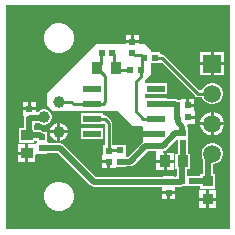
<source format=gtl>
G04*
G04 #@! TF.GenerationSoftware,Altium Limited,Altium Designer,22.2.1 (43)*
G04*
G04 Layer_Physical_Order=1*
G04 Layer_Color=255*
%FSAX24Y24*%
%MOIN*%
G70*
G04*
G04 #@! TF.SameCoordinates,E8211669-D0EB-40F5-9659-E9546459CE39*
G04*
G04*
G04 #@! TF.FilePolarity,Positive*
G04*
G01*
G75*
%ADD13R,0.0228X0.0244*%
%ADD14R,0.0244X0.0228*%
%ADD15R,0.0244X0.0244*%
%ADD16R,0.0374X0.0394*%
%ADD17R,0.0394X0.0374*%
%ADD18R,0.0244X0.0244*%
%ADD19R,0.0242X0.0225*%
%ADD20R,0.0225X0.0242*%
%ADD21R,0.0374X0.0374*%
%ADD22R,0.0354X0.0394*%
%ADD23R,0.0610X0.0236*%
%ADD37C,0.0100*%
%ADD38C,0.0200*%
%ADD39C,0.0394*%
%ADD40C,0.0591*%
%ADD41R,0.0591X0.0591*%
G36*
X026969Y018307D02*
X019488D01*
Y025787D01*
X026969D01*
Y018307D01*
D02*
G37*
%LPC*%
G36*
X023937Y024771D02*
X023765D01*
Y024607D01*
X023937D01*
Y024771D01*
D02*
G37*
G36*
X023665D02*
X023493D01*
Y024607D01*
X023665D01*
Y024771D01*
D02*
G37*
G36*
X021325Y025178D02*
X021195D01*
X021070Y025145D01*
X020957Y025080D01*
X020865Y024988D01*
X020800Y024875D01*
X020767Y024750D01*
Y024620D01*
X020800Y024495D01*
X020865Y024382D01*
X020957Y024290D01*
X021070Y024226D01*
X021195Y024192D01*
X021325D01*
X021450Y024226D01*
X021563Y024290D01*
X021654Y024382D01*
X021719Y024495D01*
X021753Y024620D01*
Y024750D01*
X021719Y024875D01*
X021654Y024988D01*
X021563Y025080D01*
X021450Y025145D01*
X021325Y025178D01*
D02*
G37*
G36*
X026773Y024230D02*
X026428D01*
Y023885D01*
X026773D01*
Y024230D01*
D02*
G37*
G36*
X026328D02*
X025983D01*
Y023885D01*
X026328D01*
Y024230D01*
D02*
G37*
G36*
X026773Y023785D02*
X026428D01*
Y023439D01*
X026773D01*
Y023785D01*
D02*
G37*
G36*
X026328D02*
X025983D01*
Y023439D01*
X026328D01*
Y023785D01*
D02*
G37*
G36*
X025773Y022663D02*
X025601D01*
Y022491D01*
X025773D01*
Y022663D01*
D02*
G37*
G36*
X023937Y024507D02*
X023715D01*
X023493D01*
Y024490D01*
X022514D01*
X022441Y024409D01*
X020866Y022835D01*
Y022441D01*
X021063Y022244D01*
X023228D01*
X023724Y021748D01*
X024049D01*
X024083Y021712D01*
Y021544D01*
X024488D01*
Y021444D01*
X024083D01*
Y021276D01*
X024083Y021276D01*
X024081Y021227D01*
X024035Y021196D01*
X023569Y020730D01*
X023532D01*
X023496Y020763D01*
Y021111D01*
X023162D01*
X023132Y021111D01*
Y021111D01*
X023112Y021109D01*
Y021109D01*
X023036D01*
Y021856D01*
X023036Y021856D01*
X023028Y021899D01*
X023003Y021936D01*
X023003Y021936D01*
X022866Y022073D01*
X022829Y022098D01*
X022786Y022106D01*
X022786Y022106D01*
X022727D01*
Y022172D01*
X021997D01*
Y021816D01*
X022727D01*
Y021824D01*
X022777Y021845D01*
X022812Y021810D01*
Y021109D01*
X022748D01*
Y020779D01*
X022708D01*
Y020615D01*
X022930D01*
Y020565D01*
X022980D01*
Y020351D01*
X023152D01*
Y020393D01*
X023496D01*
Y020404D01*
X023637D01*
X023699Y020416D01*
X023752Y020452D01*
X024218Y020917D01*
X024515D01*
X024516Y020868D01*
X024516Y020867D01*
Y020621D01*
X024753D01*
Y020868D01*
X024725D01*
X024724Y020917D01*
X024786Y020930D01*
X024839Y020965D01*
X025171Y021297D01*
X025221Y021276D01*
Y021008D01*
X025231D01*
Y020828D01*
X025147D01*
Y020314D01*
X025213D01*
Y020085D01*
X025177D01*
Y020053D01*
X025109D01*
Y020072D01*
X024745D01*
Y020053D01*
X022498D01*
X021428Y021123D01*
X021375Y021159D01*
X021313Y021171D01*
X020918D01*
X020882Y021204D01*
X020882Y021232D01*
Y021552D01*
X020748D01*
X020742Y021558D01*
X020689Y021594D01*
X020627Y021606D01*
X020443D01*
Y021690D01*
X020439D01*
Y021786D01*
X020458D01*
Y021847D01*
X020605D01*
X020610Y021842D01*
X020669Y021808D01*
X020734Y021790D01*
X020802D01*
X020867Y021808D01*
X020925Y021842D01*
X020973Y021890D01*
X021007Y021948D01*
X021025Y022013D01*
Y022081D01*
X021007Y022146D01*
X020973Y022205D01*
X020925Y022253D01*
X020867Y022287D01*
X020802Y022304D01*
X020734D01*
X020669Y022287D01*
X020610Y022253D01*
X020562Y022205D01*
X020505Y022206D01*
X020498Y022213D01*
Y022273D01*
X020276D01*
X020054D01*
Y022101D01*
X020094D01*
Y021786D01*
X020112D01*
Y021690D01*
X019929D01*
Y021196D01*
X020443D01*
Y021254D01*
X020493Y021269D01*
X020518Y021244D01*
X020518Y021175D01*
X020483Y021139D01*
X020468Y021139D01*
X020236D01*
Y020852D01*
Y020565D01*
X020483D01*
Y020798D01*
X020518Y020834D01*
X020533Y020834D01*
X020882D01*
Y020845D01*
X021245D01*
X022315Y019774D01*
X022368Y019739D01*
X022431Y019727D01*
X024705D01*
Y019585D01*
X024927D01*
X025149D01*
Y019727D01*
X025327D01*
X025389Y019739D01*
X025390Y019740D01*
X025877D01*
Y019747D01*
X025980D01*
Y019661D01*
X026474D01*
Y020155D01*
X026390D01*
Y020479D01*
X026425D01*
X026515Y020504D01*
X026596Y020550D01*
X026662Y020617D01*
X026709Y020698D01*
X026733Y020788D01*
Y020881D01*
X026709Y020972D01*
X026662Y021053D01*
X026596Y021119D01*
X026515Y021166D01*
X026425Y021190D01*
X026331D01*
X026241Y021166D01*
X026160Y021119D01*
X026094Y021053D01*
X026047Y020972D01*
X026023Y020881D01*
Y020788D01*
X026047Y020698D01*
X026078Y020643D01*
X026076Y020640D01*
X026064Y020578D01*
Y020155D01*
X025980D01*
Y020073D01*
X025877D01*
Y020085D01*
X025539D01*
Y020314D01*
X025641D01*
Y020828D01*
X025557D01*
Y021008D01*
X025566D01*
Y021346D01*
Y021708D01*
X025544D01*
Y021729D01*
X025535Y021775D01*
X025565Y021825D01*
X025793D01*
Y021997D01*
X025571D01*
Y022097D01*
X025793D01*
Y022269D01*
X025773D01*
Y022391D01*
X025551D01*
Y022441D01*
X025501D01*
Y022663D01*
X025329D01*
Y022623D01*
X025239D01*
X025206Y022645D01*
X025144Y022657D01*
X024853D01*
Y022672D01*
X024131D01*
Y022816D01*
X024853D01*
Y023172D01*
X024131D01*
Y023280D01*
X024336Y023485D01*
Y023848D01*
X024636D01*
Y023855D01*
X024686Y023875D01*
X025807Y022755D01*
X025807Y022755D01*
X025843Y022731D01*
X025886Y022722D01*
X026040D01*
X026047Y022698D01*
X026094Y022617D01*
X026160Y022550D01*
X026241Y022504D01*
X026331Y022479D01*
X026425D01*
X026515Y022504D01*
X026596Y022550D01*
X026662Y022617D01*
X026709Y022698D01*
X026733Y022788D01*
Y022881D01*
X026709Y022972D01*
X026662Y023053D01*
X026596Y023119D01*
X026515Y023166D01*
X026425Y023190D01*
X026331D01*
X026241Y023166D01*
X026160Y023119D01*
X026094Y023053D01*
X026047Y022972D01*
X026040Y022947D01*
X025932D01*
X024769Y024110D01*
X024733Y024134D01*
X024690Y024142D01*
X024690Y024142D01*
X024636D01*
Y024212D01*
X024336D01*
Y024285D01*
X024131Y024490D01*
X023937D01*
Y024507D01*
D02*
G37*
G36*
X020498Y022545D02*
X020326D01*
Y022373D01*
X020498D01*
Y022545D01*
D02*
G37*
G36*
X020226D02*
X020054D01*
Y022373D01*
X020226D01*
Y022545D01*
D02*
G37*
G36*
X026430Y022230D02*
X026428D01*
Y021885D01*
X026773D01*
Y021887D01*
X026746Y021987D01*
X026694Y022077D01*
X026621Y022151D01*
X026531Y022203D01*
X026430Y022230D01*
D02*
G37*
G36*
X026328D02*
X026326D01*
X026225Y022203D01*
X026135Y022151D01*
X026062Y022077D01*
X026010Y021987D01*
X025983Y021887D01*
Y021885D01*
X026328D01*
Y022230D01*
D02*
G37*
G36*
X021310Y021849D02*
Y021605D01*
X021554D01*
X021536Y021670D01*
X021497Y021737D01*
X021442Y021793D01*
X021374Y021832D01*
X021310Y021849D01*
D02*
G37*
G36*
X021210D02*
X021145Y021832D01*
X021078Y021793D01*
X021022Y021737D01*
X020983Y021670D01*
X020966Y021605D01*
X021210D01*
Y021849D01*
D02*
G37*
G36*
X026773Y021785D02*
X026428D01*
Y021439D01*
X026430D01*
X026531Y021466D01*
X026621Y021518D01*
X026694Y021592D01*
X026746Y021682D01*
X026773Y021783D01*
Y021785D01*
D02*
G37*
G36*
X026328D02*
X025983D01*
Y021783D01*
X026010Y021682D01*
X026062Y021592D01*
X026135Y021518D01*
X026225Y021466D01*
X026326Y021439D01*
X026328D01*
Y021785D01*
D02*
G37*
G36*
X022727Y021672D02*
X021997D01*
Y021316D01*
X022727D01*
Y021672D01*
D02*
G37*
G36*
X021554Y021505D02*
X021310D01*
Y021261D01*
X021374Y021279D01*
X021442Y021318D01*
X021497Y021373D01*
X021536Y021441D01*
X021554Y021505D01*
D02*
G37*
G36*
X021210D02*
X020966D01*
X020983Y021441D01*
X021022Y021373D01*
X021078Y021318D01*
X021145Y021279D01*
X021210Y021261D01*
Y021505D01*
D02*
G37*
G36*
X020136Y021139D02*
X019889D01*
Y020902D01*
X020136D01*
Y021139D01*
D02*
G37*
G36*
X025090Y020868D02*
X024853D01*
Y020621D01*
X025090D01*
Y020868D01*
D02*
G37*
G36*
X020136Y020802D02*
X019889D01*
Y020565D01*
X020136D01*
Y020802D01*
D02*
G37*
G36*
X022880Y020515D02*
X022708D01*
Y020351D01*
X022880D01*
Y020515D01*
D02*
G37*
G36*
X025090Y020521D02*
X024853D01*
Y020274D01*
X025090D01*
Y020521D01*
D02*
G37*
G36*
X024753D02*
X024516D01*
Y020274D01*
X024753D01*
Y020521D01*
D02*
G37*
G36*
X026514Y019604D02*
X026277D01*
Y019367D01*
X026514D01*
Y019604D01*
D02*
G37*
G36*
X026177D02*
X025940D01*
Y019367D01*
X026177D01*
Y019604D01*
D02*
G37*
G36*
X025149Y019485D02*
X024977D01*
Y019313D01*
X025149D01*
Y019485D01*
D02*
G37*
G36*
X024877D02*
X024705D01*
Y019313D01*
X024877D01*
Y019485D01*
D02*
G37*
G36*
X026514Y019267D02*
X026277D01*
Y019030D01*
X026514D01*
Y019267D01*
D02*
G37*
G36*
X026177D02*
X025940D01*
Y019030D01*
X026177D01*
Y019267D01*
D02*
G37*
G36*
X021325Y019903D02*
X021195D01*
X021070Y019869D01*
X020957Y019804D01*
X020865Y019712D01*
X020800Y019600D01*
X020767Y019474D01*
Y019345D01*
X020800Y019219D01*
X020865Y019107D01*
X020957Y019015D01*
X021070Y018950D01*
X021195Y018916D01*
X021325D01*
X021450Y018950D01*
X021563Y019015D01*
X021654Y019107D01*
X021719Y019219D01*
X021753Y019345D01*
Y019474D01*
X021719Y019600D01*
X021654Y019712D01*
X021563Y019804D01*
X021450Y019869D01*
X021325Y019903D01*
D02*
G37*
%LPD*%
D13*
X024004Y023622D02*
D03*
X023634D02*
D03*
X024092Y024030D02*
D03*
X024462D02*
D03*
D14*
X023715Y024187D02*
D03*
Y024557D02*
D03*
X020700Y021378D02*
D03*
Y021008D02*
D03*
X023314Y020567D02*
D03*
Y020937D02*
D03*
X022930Y020565D02*
D03*
Y020935D02*
D03*
D15*
X025551Y022441D02*
D03*
X025197D02*
D03*
X025571Y022047D02*
D03*
X025217D02*
D03*
D16*
X024803Y020571D02*
D03*
X025394D02*
D03*
D17*
X020186Y020852D02*
D03*
Y021443D02*
D03*
D18*
X020276Y022323D02*
D03*
Y021969D02*
D03*
X024927Y019535D02*
D03*
Y019890D02*
D03*
D19*
X025696Y019913D02*
D03*
X025358D02*
D03*
X022711Y024197D02*
D03*
X023048D02*
D03*
D20*
X025394Y021527D02*
D03*
Y021190D02*
D03*
D21*
X026227Y019908D02*
D03*
Y019317D02*
D03*
D22*
X022538Y023692D02*
D03*
X023167D02*
D03*
D23*
X024488Y021494D02*
D03*
Y021994D02*
D03*
Y022494D02*
D03*
Y022994D02*
D03*
X022362Y021494D02*
D03*
Y021994D02*
D03*
Y022494D02*
D03*
Y022994D02*
D03*
D37*
X024013Y024110D02*
X024092Y024030D01*
X023793Y024110D02*
X024013D01*
X023715Y024187D02*
X023793Y024110D01*
X023048Y024197D02*
X023085Y024161D01*
Y023775D02*
X023167Y023692D01*
X023085Y023775D02*
Y024161D01*
X022538Y023692D02*
X022659Y023813D01*
Y024145D02*
X022711Y024197D01*
X022659Y023813D02*
Y024145D01*
X024004Y023622D02*
X024033Y023651D01*
Y023972D02*
X024092Y024030D01*
X024033Y023651D02*
Y023972D01*
X023167Y023692D02*
X023238Y023622D01*
X023634D01*
X023819Y022244D02*
Y023225D01*
X024004Y023410D02*
Y023622D01*
X023819Y023225D02*
X024004Y023410D01*
X024462Y024030D02*
X024690D01*
X022801Y022553D02*
Y023429D01*
X022538Y023692D02*
X022801Y023429D01*
X023819Y022244D02*
X024069Y021994D01*
X024488D01*
X024690Y024030D02*
X025886Y022835D01*
X022924Y020957D02*
X023324D01*
X022924D02*
Y021856D01*
X022786Y021994D02*
X022924Y021856D01*
X022362Y021994D02*
X022786D01*
X025886Y022835D02*
X026378D01*
X022362Y022494D02*
X022742D01*
X022801Y022553D01*
X021736Y022494D02*
X022362D01*
X021691Y022539D02*
X021736Y022494D01*
X021260Y022539D02*
X021691D01*
D38*
X023856Y021494D02*
X024488D01*
X025239Y021872D02*
X025381Y021729D01*
Y021540D02*
Y021729D01*
X025207Y022057D02*
X025239Y022025D01*
Y021872D02*
Y022025D01*
X025381Y021540D02*
X025394Y021527D01*
Y021519D02*
Y021527D01*
X025381Y021506D02*
X025394Y021519D01*
X025149Y021506D02*
X025381D01*
X024724Y021080D02*
X025149Y021506D01*
X024150Y021080D02*
X024724D01*
X023637Y020567D02*
X024150Y021080D01*
X023314Y020567D02*
X023637D01*
X025144Y022494D02*
X025207Y022431D01*
X024488Y022494D02*
X025144D01*
X025207Y022057D02*
Y022431D01*
X025394Y020571D02*
Y021190D01*
X026227Y020578D02*
X026378Y020729D01*
X026227Y019908D02*
Y020578D01*
X026378Y020729D02*
Y020835D01*
X026224Y019910D02*
X026227Y019908D01*
X025696Y019913D02*
X025698Y019910D01*
X026224D01*
X025376Y020553D02*
X025394Y020571D01*
X025358Y019913D02*
X025363D01*
X025376Y019925D01*
Y020553D01*
X025350Y019913D02*
X025358D01*
X024927Y019890D02*
X025327D01*
X025350Y019913D01*
X022431Y019890D02*
X024927D01*
X021313Y021008D02*
X022431Y019890D01*
X020700Y021008D02*
X021313D01*
X020186Y021443D02*
X020627D01*
X020692Y021378D01*
X020700D01*
X020276Y021530D02*
Y021969D01*
X020317Y022010D01*
X020731D02*
X020768Y022047D01*
X020317Y022010D02*
X020731D01*
D39*
X021260Y021555D02*
D03*
X020768Y022047D02*
D03*
X021260Y022539D02*
D03*
X023953Y019468D02*
D03*
X022560Y019450D02*
D03*
X021404Y020256D02*
D03*
X022434Y020489D02*
D03*
X021850Y021063D02*
D03*
X021693Y021961D02*
D03*
X020971Y023694D02*
D03*
X022718Y024980D02*
D03*
X023622Y025000D02*
D03*
X024606Y024606D02*
D03*
X025394Y024016D02*
D03*
X023827Y021476D02*
D03*
X026746Y019294D02*
D03*
X020216Y020330D02*
D03*
X020277Y022823D02*
D03*
X024871Y019072D02*
D03*
X024316Y020670D02*
D03*
D40*
X026378Y020835D02*
D03*
Y021835D02*
D03*
Y022835D02*
D03*
D41*
Y023835D02*
D03*
M02*

</source>
